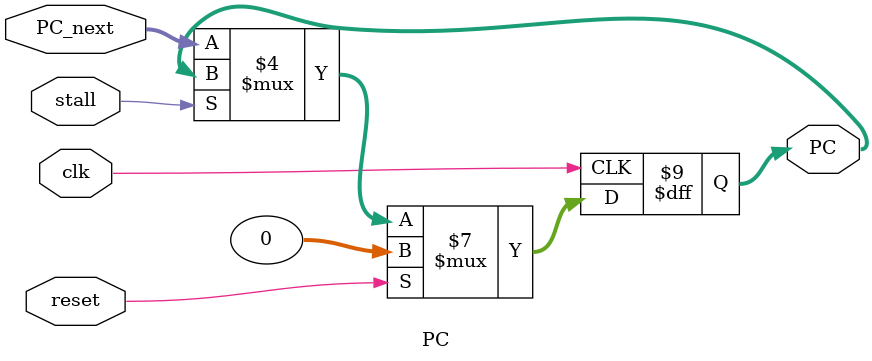
<source format=sv>
`timescale 1ns/1ps

module PC(
    input clk, reset,
    input stall,
    input [31:0] PC_next, // from either jump/branch or PC+4
                          // there's a mux before this module
    output reg [31:0] PC
);

    always @(posedge clk) begin
        if (reset == 1'b1) begin
            PC <= 32'b0;
        end
        else if (stall == 1'b0) begin
            PC <= PC_next;
        end
    end
endmodule
</source>
